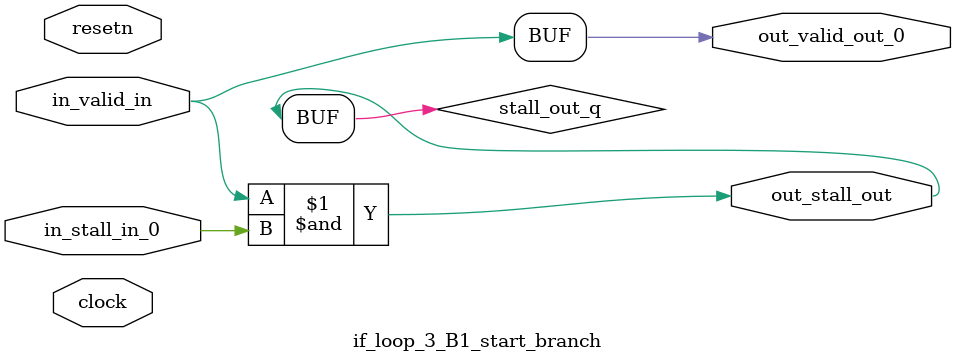
<source format=sv>



(* altera_attribute = "-name AUTO_SHIFT_REGISTER_RECOGNITION OFF; -name MESSAGE_DISABLE 10036; -name MESSAGE_DISABLE 10037; -name MESSAGE_DISABLE 14130; -name MESSAGE_DISABLE 14320; -name MESSAGE_DISABLE 15400; -name MESSAGE_DISABLE 14130; -name MESSAGE_DISABLE 10036; -name MESSAGE_DISABLE 12020; -name MESSAGE_DISABLE 12030; -name MESSAGE_DISABLE 12010; -name MESSAGE_DISABLE 12110; -name MESSAGE_DISABLE 14320; -name MESSAGE_DISABLE 13410; -name MESSAGE_DISABLE 113007; -name MESSAGE_DISABLE 10958" *)
module if_loop_3_B1_start_branch (
    input wire [0:0] in_stall_in_0,
    input wire [0:0] in_valid_in,
    output wire [0:0] out_stall_out,
    output wire [0:0] out_valid_out_0,
    input wire clock,
    input wire resetn
    );

    wire [0:0] stall_out_q;


    // stall_out(LOGICAL,6)
    assign stall_out_q = in_valid_in & in_stall_in_0;

    // out_stall_out(GPOUT,4)
    assign out_stall_out = stall_out_q;

    // out_valid_out_0(GPOUT,5)
    assign out_valid_out_0 = in_valid_in;

endmodule

</source>
